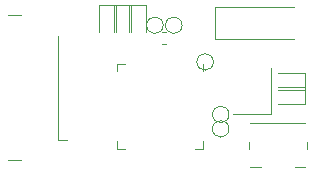
<source format=gbr>
%TF.GenerationSoftware,KiCad,Pcbnew,(5.1.6)-1*%
%TF.CreationDate,2022-01-17T15:46:57+08:00*%
%TF.ProjectId,esp32s2-uart,65737033-3273-4322-9d75-6172742e6b69,rev?*%
%TF.SameCoordinates,Original*%
%TF.FileFunction,Legend,Top*%
%TF.FilePolarity,Positive*%
%FSLAX46Y46*%
G04 Gerber Fmt 4.6, Leading zero omitted, Abs format (unit mm)*
G04 Created by KiCad (PCBNEW (5.1.6)-1) date 2022-01-17 15:46:57*
%MOMM*%
%LPD*%
G01*
G04 APERTURE LIST*
%ADD10C,0.120000*%
G04 APERTURE END LIST*
D10*
%TO.C,SW1*%
X23573800Y282800D02*
X24498800Y282800D01*
X19698800Y2407800D02*
X19698800Y1857800D01*
X24598800Y2407800D02*
X24598800Y1857800D01*
X19798800Y3982800D02*
X24498800Y3982800D01*
X19798800Y282800D02*
X20723800Y282800D01*
%TO.C,J1*%
X3549600Y2610400D02*
X3549600Y11410400D01*
X379600Y865400D02*
X-670400Y865400D01*
X379600Y13155400D02*
X-670400Y13155400D01*
X3549600Y2610400D02*
X4304600Y2610400D01*
%TO.C,TP6*%
X18022800Y4749800D02*
G75*
G03*
X18022800Y4749800I-700000J0D01*
G01*
%TO.C,TP5*%
X18022800Y3530600D02*
G75*
G03*
X18022800Y3530600I-700000J0D01*
G01*
%TO.C,TP4*%
X16702000Y9194800D02*
G75*
G03*
X16702000Y9194800I-700000J0D01*
G01*
%TO.C,TP2*%
X14050000Y12300000D02*
G75*
G03*
X14050000Y12300000I-700000J0D01*
G01*
%TO.C,TP1*%
X12450000Y12300000D02*
G75*
G03*
X12450000Y12300000I-700000J0D01*
G01*
%TO.C,D2*%
X9726600Y11740400D02*
X9726600Y14025400D01*
X9726600Y14025400D02*
X8256600Y14025400D01*
X8256600Y14025400D02*
X8256600Y11740400D01*
%TO.C,D1*%
X10996600Y11747600D02*
X10996600Y14032600D01*
X10996600Y14032600D02*
X9526600Y14032600D01*
X9526600Y14032600D02*
X9526600Y11747600D01*
%TO.C,AE1*%
X23552000Y13862600D02*
X16842000Y13862600D01*
X16842000Y13862600D02*
X16842000Y11142600D01*
X16842000Y11142600D02*
X23552000Y11142600D01*
%TO.C,Y1*%
X18364400Y4755600D02*
X21564400Y4755600D01*
X21564400Y4755600D02*
X21564400Y8655600D01*
%TO.C,U3*%
X15780000Y2476599D02*
X15780000Y1826599D01*
X15780000Y1826599D02*
X15130000Y1826599D01*
X8560000Y8396599D02*
X8560000Y9046599D01*
X8560000Y9046599D02*
X9210000Y9046599D01*
X8560000Y2476599D02*
X8560000Y1826599D01*
X8560000Y1826599D02*
X9210000Y1826599D01*
X15780000Y8396599D02*
X15780000Y9046599D01*
%TO.C,D11*%
X22167200Y6808800D02*
X24452200Y6808800D01*
X24452200Y6808800D02*
X24452200Y8278800D01*
X24452200Y8278800D02*
X22167200Y8278800D01*
%TO.C,D10*%
X22167200Y5640000D02*
X24452200Y5640000D01*
X24452200Y5640000D02*
X24452200Y7110000D01*
X24452200Y7110000D02*
X22167200Y7110000D01*
%TO.C,D3*%
X8456600Y11747600D02*
X8456600Y14032600D01*
X8456600Y14032600D02*
X6986600Y14032600D01*
X6986600Y14032600D02*
X6986600Y11747600D01*
%TO.C,C3*%
X12710379Y10716800D02*
X12384821Y10716800D01*
X12710379Y11736800D02*
X12384821Y11736800D01*
%TD*%
M02*

</source>
